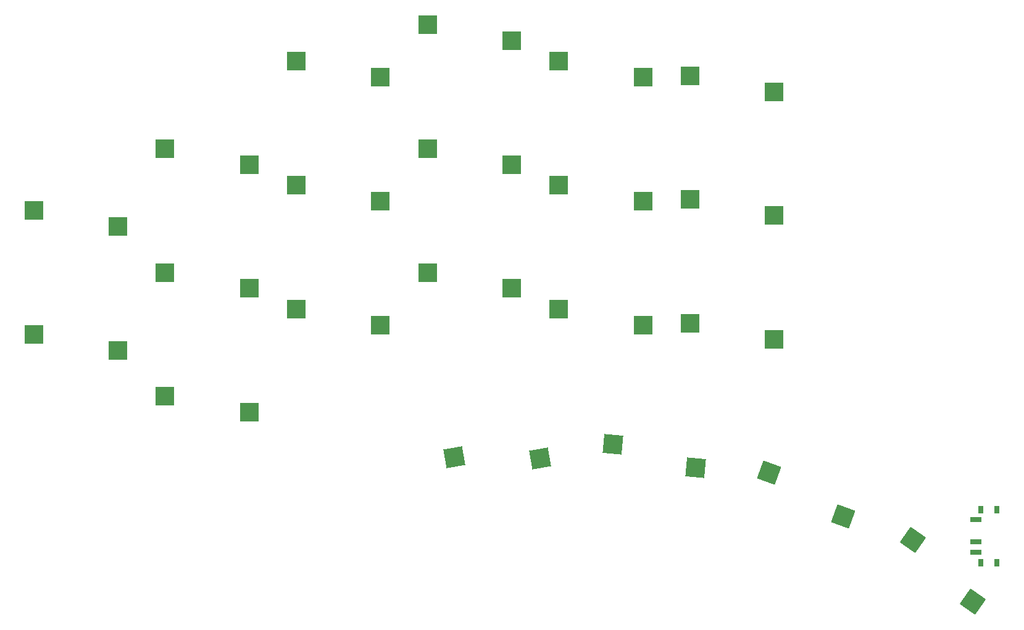
<source format=gbr>
%TF.GenerationSoftware,KiCad,Pcbnew,7.0.1-0*%
%TF.CreationDate,2025-04-04T15:19:30+02:00*%
%TF.ProjectId,nantor,6e616e74-6f72-42e6-9b69-6361645f7063,rev?*%
%TF.SameCoordinates,Original*%
%TF.FileFunction,Paste,Bot*%
%TF.FilePolarity,Positive*%
%FSLAX46Y46*%
G04 Gerber Fmt 4.6, Leading zero omitted, Abs format (unit mm)*
G04 Created by KiCad (PCBNEW 7.0.1-0) date 2025-04-04 15:19:30*
%MOMM*%
%LPD*%
G01*
G04 APERTURE LIST*
G04 Aperture macros list*
%AMRotRect*
0 Rectangle, with rotation*
0 The origin of the aperture is its center*
0 $1 length*
0 $2 width*
0 $3 Rotation angle, in degrees counterclockwise*
0 Add horizontal line*
21,1,$1,$2,0,0,$3*%
G04 Aperture macros list end*
%ADD10R,2.600000X2.600000*%
%ADD11RotRect,2.600000X2.600000X355.000000*%
%ADD12RotRect,2.600000X2.600000X340.000000*%
%ADD13RotRect,2.600000X2.600000X10.000000*%
%ADD14RotRect,2.600000X2.600000X325.000000*%
%ADD15R,0.800000X1.000000*%
%ADD16R,1.500000X0.700000*%
G04 APERTURE END LIST*
D10*
%TO.C,KS12*%
X165231983Y-75327968D03*
X176781983Y-77527968D03*
%TD*%
%TO.C,KS2*%
X93231983Y-68327968D03*
X104781983Y-70527968D03*
%TD*%
%TO.C,KS3*%
X111231983Y-56327968D03*
X122781983Y-58527968D03*
%TD*%
D11*
%TO.C,KS19*%
X154651039Y-108886206D03*
X165965345Y-112084484D03*
%TD*%
D10*
%TO.C,KS4*%
X129231983Y-51327968D03*
X140781983Y-53527968D03*
%TD*%
%TO.C,KS17*%
X165231983Y-92327968D03*
X176781983Y-94527968D03*
%TD*%
%TO.C,KS11*%
X147231983Y-73327968D03*
X158781983Y-75527968D03*
%TD*%
%TO.C,KS16*%
X147231983Y-90327968D03*
X158781983Y-92527968D03*
%TD*%
%TO.C,KS1*%
X75231983Y-76827968D03*
X86781983Y-79027968D03*
%TD*%
%TO.C,KS7*%
X75231983Y-93827968D03*
X86781983Y-96027968D03*
%TD*%
D12*
%TO.C,KS20*%
X176104527Y-112766713D03*
X186205532Y-118784369D03*
%TD*%
D10*
%TO.C,KS5*%
X147231983Y-56327968D03*
X158781983Y-58527968D03*
%TD*%
%TO.C,KS6*%
X165231983Y-58327968D03*
X176781983Y-60527968D03*
%TD*%
%TO.C,KS13*%
X93231983Y-102327968D03*
X104781983Y-104527968D03*
%TD*%
%TO.C,KS14*%
X111231983Y-90327968D03*
X122781983Y-92527968D03*
%TD*%
D13*
%TO.C,KS18*%
X132924548Y-110691092D03*
X144681103Y-110852032D03*
%TD*%
D10*
%TO.C,KS10*%
X129231983Y-68327968D03*
X140781983Y-70527968D03*
%TD*%
%TO.C,KS15*%
X129231983Y-85327968D03*
X140781983Y-87527968D03*
%TD*%
D14*
%TO.C,KS21*%
X195823057Y-122067583D03*
X204022395Y-130494525D03*
%TD*%
D10*
%TO.C,KS9*%
X111231983Y-73327968D03*
X122781983Y-75527968D03*
%TD*%
%TO.C,KS8*%
X93231983Y-85327968D03*
X104781983Y-87527968D03*
%TD*%
D15*
%TO.C,SW2*%
X207307000Y-117860000D03*
X205097000Y-117860000D03*
X207307000Y-125160000D03*
X205097000Y-125160000D03*
D16*
X204447000Y-119260000D03*
X204447000Y-122260000D03*
X204447000Y-123760000D03*
%TD*%
M02*

</source>
